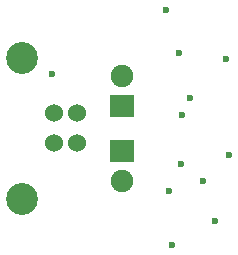
<source format=gbr>
G04 #@! TF.FileFunction,Soldermask,Bot*
%FSLAX46Y46*%
G04 Gerber Fmt 4.6, Leading zero omitted, Abs format (unit mm)*
G04 Created by KiCad (PCBNEW (2015-09-22 BZR 6208)-product) date 29.8.2016 15:05:32*
%MOMM*%
G01*
G04 APERTURE LIST*
%ADD10C,0.100000*%
%ADD11C,1.524000*%
%ADD12C,2.700020*%
%ADD13R,2.000000X1.900000*%
%ADD14C,1.900000*%
%ADD15C,0.600000*%
G04 APERTURE END LIST*
D10*
D11*
X129540000Y-104140000D03*
X129540000Y-106680000D03*
X127541020Y-106680000D03*
X127541020Y-104140000D03*
D12*
X124841000Y-99410520D03*
X124841000Y-111409480D03*
D13*
X133350000Y-103505000D03*
D14*
X133350000Y-100965000D03*
D13*
X133350000Y-107315000D03*
D14*
X133350000Y-109855000D03*
D15*
X138303000Y-108458000D03*
X137287000Y-110744000D03*
X139065000Y-102870000D03*
X127381000Y-100838000D03*
X138176000Y-99060000D03*
X140208000Y-109855000D03*
X142367000Y-107696000D03*
X138430000Y-104267000D03*
X137541000Y-115316000D03*
X141224000Y-113284000D03*
X142113000Y-99568000D03*
X137033000Y-95377000D03*
M02*

</source>
